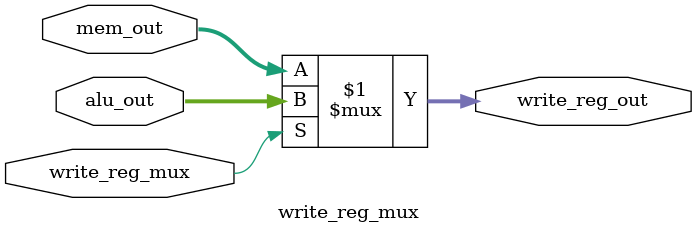
<source format=v>
module write_reg_mux (
    input [31:0] alu_out,
    input [31:0] mem_out,
    input write_reg_mux,
    output [31:0] write_reg_out
);
assign write_reg_out = write_reg_mux ? alu_out : mem_out;
    
endmodule

</source>
